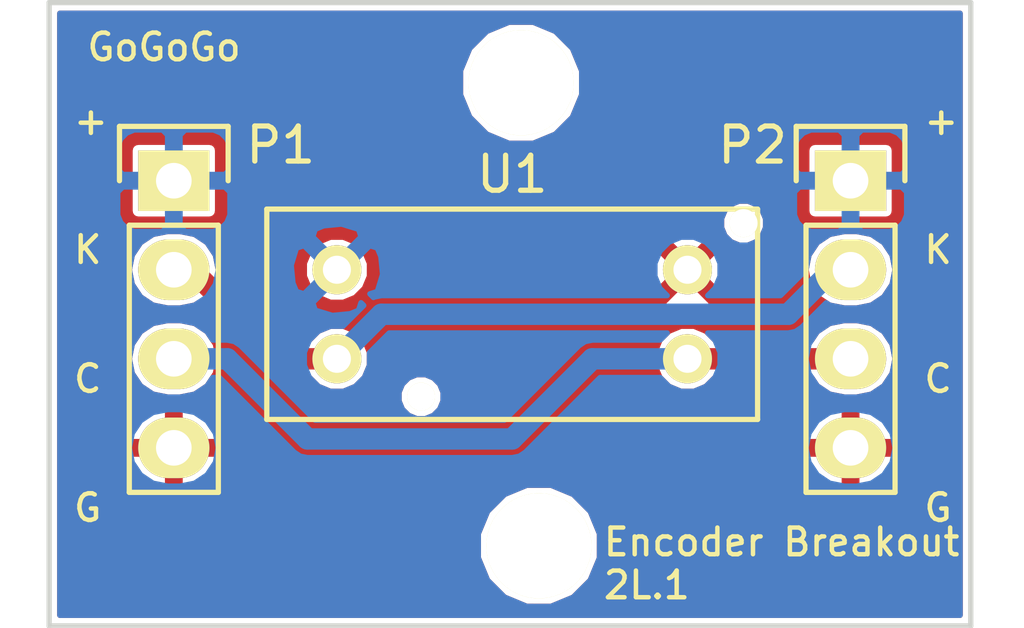
<source format=kicad_pcb>
(kicad_pcb (version 4) (host pcbnew 4.0.1-2.201512121406+6195~38~ubuntu14.04.1-stable)

  (general
    (links 8)
    (no_connects 0)
    (area 120.415267 71.15004 149.840734 97.05116)
    (thickness 1.6)
    (drawings 8)
    (tracks 14)
    (zones 0)
    (modules 5)
    (nets 5)
  )

  (page A4)
  (layers
    (0 F.Cu signal)
    (31 B.Cu signal)
    (32 B.Adhes user)
    (33 F.Adhes user)
    (34 B.Paste user)
    (35 F.Paste user)
    (36 B.SilkS user)
    (37 F.SilkS user)
    (38 B.Mask user)
    (39 F.Mask user)
    (40 Dwgs.User user)
    (41 Cmts.User user)
    (42 Eco1.User user)
    (43 Eco2.User user)
    (44 Edge.Cuts user)
    (45 Margin user)
    (46 B.CrtYd user)
    (47 F.CrtYd user)
    (48 B.Fab user)
    (49 F.Fab user)
  )

  (setup
    (last_trace_width 0.1524)
    (user_trace_width 0.3048)
    (user_trace_width 0.6096)
    (user_trace_width 1.2192)
    (trace_clearance 0.1524)
    (zone_clearance 0.1524)
    (zone_45_only no)
    (trace_min 0.1524)
    (segment_width 0.2)
    (edge_width 0.15)
    (via_size 0.6858)
    (via_drill 0.3302)
    (via_min_size 0.6858)
    (via_min_drill 0.3302)
    (uvia_size 0.3)
    (uvia_drill 0.1)
    (uvias_allowed no)
    (uvia_min_size 0)
    (uvia_min_drill 0)
    (pcb_text_width 0.3)
    (pcb_text_size 1.5 1.5)
    (mod_edge_width 0.15)
    (mod_text_size 0.762 0.762)
    (mod_text_width 0.127)
    (pad_size 2.032 1.7272)
    (pad_drill 1.016)
    (pad_to_mask_clearance 0.2)
    (aux_axis_origin 0 0)
    (visible_elements FFFEFF7F)
    (pcbplotparams
      (layerselection 0x010f0_80000001)
      (usegerberextensions false)
      (excludeedgelayer true)
      (linewidth 0.150000)
      (plotframeref false)
      (viasonmask false)
      (mode 1)
      (useauxorigin false)
      (hpglpennumber 1)
      (hpglpenspeed 20)
      (hpglpendiameter 15)
      (hpglpenoverlay 2)
      (psnegative false)
      (psa4output false)
      (plotreference true)
      (plotvalue false)
      (plotinvisibletext false)
      (padsonsilk false)
      (subtractmaskfromsilk false)
      (outputformat 1)
      (mirror false)
      (drillshape 0)
      (scaleselection 1)
      (outputdirectory breakoutGerbers/))
  )

  (net 0 "")
  (net 1 /Vcc)
  (net 2 /Cathode)
  (net 3 /Collector)
  (net 4 /GND)

  (net_class Default "This is the default net class."
    (clearance 0.1524)
    (trace_width 0.1524)
    (via_dia 0.6858)
    (via_drill 0.3302)
    (uvia_dia 0.3)
    (uvia_drill 0.1)
    (add_net /Cathode)
    (add_net /Collector)
    (add_net /GND)
    (add_net /Vcc)
  )

  (module Gogogo-footprints:MountingHole-3mm locked (layer F.Cu) (tedit 55901274) (tstamp 57167711)
    (at 135.89 90.424)
    (fp_text reference REF** (at -0.00254 5.69976) (layer F.SilkS) hide
      (effects (font (size 1 1) (thickness 0.15)))
    )
    (fp_text value MountingHole-3mm (at -0.00254 -4.98856) (layer F.Fab) hide
      (effects (font (size 1 1) (thickness 0.15)))
    )
    (pad "" np_thru_hole circle (at 0 0) (size 3 3) (drill 3) (layers *.Cu *.Mask F.SilkS))
  )

  (module Pin_Headers:Pin_Header_Straight_1x04 (layer F.Cu) (tedit 5716769F) (tstamp 571675FB)
    (at 125.476 80.01)
    (descr "Through hole pin header")
    (tags "pin header")
    (path /571674B8)
    (fp_text reference P1 (at 3.048 -1.016) (layer F.SilkS)
      (effects (font (size 1 1) (thickness 0.15)))
    )
    (fp_text value CONN_01X04 (at 0 -3.1) (layer F.Fab)
      (effects (font (size 1 1) (thickness 0.15)))
    )
    (fp_line (start -1.75 -1.75) (end -1.75 9.4) (layer F.CrtYd) (width 0.05))
    (fp_line (start 1.75 -1.75) (end 1.75 9.4) (layer F.CrtYd) (width 0.05))
    (fp_line (start -1.75 -1.75) (end 1.75 -1.75) (layer F.CrtYd) (width 0.05))
    (fp_line (start -1.75 9.4) (end 1.75 9.4) (layer F.CrtYd) (width 0.05))
    (fp_line (start -1.27 1.27) (end -1.27 8.89) (layer F.SilkS) (width 0.15))
    (fp_line (start 1.27 1.27) (end 1.27 8.89) (layer F.SilkS) (width 0.15))
    (fp_line (start 1.55 -1.55) (end 1.55 0) (layer F.SilkS) (width 0.15))
    (fp_line (start -1.27 8.89) (end 1.27 8.89) (layer F.SilkS) (width 0.15))
    (fp_line (start 1.27 1.27) (end -1.27 1.27) (layer F.SilkS) (width 0.15))
    (fp_line (start -1.55 0) (end -1.55 -1.55) (layer F.SilkS) (width 0.15))
    (fp_line (start -1.55 -1.55) (end 1.55 -1.55) (layer F.SilkS) (width 0.15))
    (pad 1 thru_hole rect (at 0 0) (size 2.032 1.7272) (drill 1.016) (layers *.Cu *.Mask F.SilkS)
      (net 1 /Vcc))
    (pad 2 thru_hole oval (at 0 2.54) (size 2.032 1.7272) (drill 1.016) (layers *.Cu *.Mask F.SilkS)
      (net 2 /Cathode))
    (pad 3 thru_hole oval (at 0 5.08) (size 2.032 1.7272) (drill 1.016) (layers *.Cu *.Mask F.SilkS)
      (net 3 /Collector))
    (pad 4 thru_hole oval (at 0 7.62) (size 2.032 1.7272) (drill 1.016) (layers *.Cu *.Mask F.SilkS)
      (net 4 /GND))
    (model Pin_Headers.3dshapes/Pin_Header_Straight_1x04.wrl
      (at (xyz 0 -0.15 0))
      (scale (xyz 1 1 1))
      (rotate (xyz 0 0 90))
    )
  )

  (module Pin_Headers:Pin_Header_Straight_1x04 (layer F.Cu) (tedit 571676A3) (tstamp 57167603)
    (at 144.78 80.01)
    (descr "Through hole pin header")
    (tags "pin header")
    (path /57167519)
    (fp_text reference P2 (at -2.794 -1.016) (layer F.SilkS)
      (effects (font (size 1 1) (thickness 0.15)))
    )
    (fp_text value CONN_01X04 (at 0 -3.1) (layer F.Fab)
      (effects (font (size 1 1) (thickness 0.15)))
    )
    (fp_line (start -1.75 -1.75) (end -1.75 9.4) (layer F.CrtYd) (width 0.05))
    (fp_line (start 1.75 -1.75) (end 1.75 9.4) (layer F.CrtYd) (width 0.05))
    (fp_line (start -1.75 -1.75) (end 1.75 -1.75) (layer F.CrtYd) (width 0.05))
    (fp_line (start -1.75 9.4) (end 1.75 9.4) (layer F.CrtYd) (width 0.05))
    (fp_line (start -1.27 1.27) (end -1.27 8.89) (layer F.SilkS) (width 0.15))
    (fp_line (start 1.27 1.27) (end 1.27 8.89) (layer F.SilkS) (width 0.15))
    (fp_line (start 1.55 -1.55) (end 1.55 0) (layer F.SilkS) (width 0.15))
    (fp_line (start -1.27 8.89) (end 1.27 8.89) (layer F.SilkS) (width 0.15))
    (fp_line (start 1.27 1.27) (end -1.27 1.27) (layer F.SilkS) (width 0.15))
    (fp_line (start -1.55 0) (end -1.55 -1.55) (layer F.SilkS) (width 0.15))
    (fp_line (start -1.55 -1.55) (end 1.55 -1.55) (layer F.SilkS) (width 0.15))
    (pad 1 thru_hole rect (at 0 0) (size 2.032 1.7272) (drill 1.016) (layers *.Cu *.Mask F.SilkS)
      (net 1 /Vcc))
    (pad 2 thru_hole oval (at 0 2.54) (size 2.032 1.7272) (drill 1.016) (layers *.Cu *.Mask F.SilkS)
      (net 2 /Cathode))
    (pad 3 thru_hole oval (at 0 5.08) (size 2.032 1.7272) (drill 1.016) (layers *.Cu *.Mask F.SilkS)
      (net 3 /Collector))
    (pad 4 thru_hole oval (at 0 7.62) (size 2.032 1.7272) (drill 1.016) (layers *.Cu *.Mask F.SilkS)
      (net 4 /GND))
    (model Pin_Headers.3dshapes/Pin_Header_Straight_1x04.wrl
      (at (xyz 0 -0.15 0))
      (scale (xyz 1 1 1))
      (rotate (xyz 0 0 90))
    )
  )

  (module Gogogo-footprints:RPI-579N1 (layer F.Cu) (tedit 55900242) (tstamp 5716760D)
    (at 135.128 83.82 180)
    (path /57167422)
    (fp_text reference U1 (at -0.00254 3.99288 180) (layer F.SilkS)
      (effects (font (size 1 1) (thickness 0.15)))
    )
    (fp_text value RPI-579N1 (at -0.07874 -3.8862 180) (layer F.Fab)
      (effects (font (size 1 1) (thickness 0.15)))
    )
    (fp_line (start -7 -3) (end 7 -3) (layer F.SilkS) (width 0.15))
    (fp_line (start 7 -3) (end 7 3) (layer F.SilkS) (width 0.15))
    (fp_line (start 7 3) (end -7 3) (layer F.SilkS) (width 0.15))
    (fp_line (start -7 3) (end -7 -3) (layer F.SilkS) (width 0.15))
    (pad "" np_thru_hole circle (at -6.6 2.6 180) (size 0.8 0.8) (drill 0.8) (layers *.Cu *.Mask F.SilkS))
    (pad "" np_thru_hole circle (at 2.6 -2.35 180) (size 0.8 0.8) (drill 0.8) (layers *.Cu *.Mask F.SilkS))
    (pad 3 thru_hole circle (at -5 -1.27 180) (size 1.4 1.4) (drill 0.8) (layers *.Cu *.Mask F.SilkS)
      (net 3 /Collector))
    (pad 4 thru_hole circle (at -5 1.27 180) (size 1.4 1.4) (drill 0.8) (layers *.Cu *.Mask F.SilkS)
      (net 4 /GND))
    (pad 2 thru_hole circle (at 5 -1.27 180) (size 1.4 1.4) (drill 0.8) (layers *.Cu *.Mask F.SilkS)
      (net 2 /Cathode))
    (pad 1 thru_hole circle (at 5 1.27 180) (size 1.4 1.4) (drill 0.8) (layers *.Cu *.Mask F.SilkS)
      (net 1 /Vcc))
  )

  (module Gogogo-footprints:MountingHole-3mm (layer F.Cu) (tedit 55901274) (tstamp 571676EC)
    (at 135.382 77.216)
    (fp_text reference REF** (at -0.00254 5.69976) (layer F.SilkS) hide
      (effects (font (size 1 1) (thickness 0.15)))
    )
    (fp_text value MountingHole-3mm (at -0.00254 -4.98856) (layer F.Fab) hide
      (effects (font (size 1 1) (thickness 0.15)))
    )
    (pad "" np_thru_hole circle (at 0 0) (size 3 3) (drill 3) (layers *.Cu *.Mask F.SilkS))
  )

  (gr_text GoGoGo (at 122.936 76.2) (layer F.SilkS) (tstamp 57167241)
    (effects (font (size 0.762 0.762) (thickness 0.127)) (justify left))
  )
  (gr_text "Encoder Breakout\n2L.1" (at 137.668 90.932) (layer F.SilkS)
    (effects (font (size 0.762 0.762) (thickness 0.127)) (justify left))
  )
  (gr_line (start 121.92 92.71) (end 121.92 74.93) (angle 90) (layer Edge.Cuts) (width 0.15))
  (gr_line (start 148.209 92.71) (end 121.92 92.71) (angle 90) (layer Edge.Cuts) (width 0.15))
  (gr_line (start 148.209 74.93) (end 148.209 92.71) (angle 90) (layer Edge.Cuts) (width 0.15))
  (gr_line (start 121.92 74.93) (end 148.209 74.93) (angle 90) (layer Edge.Cuts) (width 0.15))
  (gr_text "+\n\n\nK\n\n\nC\n\n\nG" (at 146.812 83.82) (layer F.SilkS) (tstamp 5716718D)
    (effects (font (size 0.762 0.762) (thickness 0.127)) (justify left))
  )
  (gr_text "+\n\n\nK\n\n\nC\n\n\nG" (at 122.555 83.82) (layer F.SilkS)
    (effects (font (size 0.762 0.762) (thickness 0.127)) (justify left))
  )

  (segment (start 144.78 82.55) (end 144.272 82.55) (width 0.6096) (layer B.Cu) (net 2))
  (segment (start 144.272 82.55) (end 143.002 83.82) (width 0.6096) (layer B.Cu) (net 2) (tstamp 571678B9))
  (segment (start 143.002 83.82) (end 131.398 83.82) (width 0.6096) (layer B.Cu) (net 2) (tstamp 571678BD))
  (segment (start 131.398 83.82) (end 130.128 85.09) (width 0.6096) (layer B.Cu) (net 2) (tstamp 571678C1))
  (segment (start 130.128 85.09) (end 130.302 85.09) (width 0.6096) (layer F.Cu) (net 2))
  (segment (start 125.476 82.55) (end 125.984 82.55) (width 0.6096) (layer F.Cu) (net 2))
  (segment (start 125.984 82.55) (end 128.524 85.09) (width 0.6096) (layer F.Cu) (net 2) (tstamp 5716782A))
  (segment (start 128.524 85.09) (end 130.128 85.09) (width 0.6096) (layer F.Cu) (net 2) (tstamp 5716782F))
  (segment (start 140.128 85.09) (end 137.414 85.09) (width 0.6096) (layer B.Cu) (net 3))
  (segment (start 127 85.09) (end 125.476 85.09) (width 0.6096) (layer B.Cu) (net 3) (tstamp 571678D8))
  (segment (start 129.286 87.376) (end 127 85.09) (width 0.6096) (layer B.Cu) (net 3) (tstamp 571678D4))
  (segment (start 135.128 87.376) (end 129.286 87.376) (width 0.6096) (layer B.Cu) (net 3) (tstamp 571678D0))
  (segment (start 137.414 85.09) (end 135.128 87.376) (width 0.6096) (layer B.Cu) (net 3) (tstamp 571678CE))
  (segment (start 144.78 85.09) (end 140.128 85.09) (width 0.6096) (layer F.Cu) (net 3))

  (zone (net 4) (net_name /GND) (layer F.Cu) (tstamp 57167799) (hatch edge 0.508)
    (connect_pads (clearance 0.1524))
    (min_thickness 0.1524)
    (fill yes (arc_segments 16) (thermal_gap 0.508) (thermal_bridge_width 0.508))
    (polygon
      (pts
        (xy 148.082 92.71) (xy 121.92 92.71) (xy 121.92 74.93) (xy 148.082 74.93) (xy 148.082 92.71)
      )
    )
    (filled_polygon
      (pts
        (xy 147.9054 92.4064) (xy 122.2236 92.4064) (xy 122.2236 90.766331) (xy 134.161101 90.766331) (xy 134.42371 91.401894)
        (xy 134.909548 91.888581) (xy 135.544652 92.152299) (xy 136.232331 92.152899) (xy 136.867894 91.89029) (xy 137.354581 91.404452)
        (xy 137.618299 90.769348) (xy 137.618899 90.081669) (xy 137.35629 89.446106) (xy 136.870452 88.959419) (xy 136.235348 88.695701)
        (xy 135.547669 88.695101) (xy 134.912106 88.95771) (xy 134.425419 89.443548) (xy 134.161701 90.078652) (xy 134.161101 90.766331)
        (xy 122.2236 90.766331) (xy 122.2236 88.030382) (xy 123.932263 88.030382) (xy 124.138637 88.45953) (xy 124.546284 88.849852)
        (xy 125.072271 89.054462) (xy 125.2982 88.930191) (xy 125.2982 87.8078) (xy 125.6538 87.8078) (xy 125.6538 88.930191)
        (xy 125.879729 89.054462) (xy 126.405716 88.849852) (xy 126.813363 88.45953) (xy 127.019737 88.030382) (xy 143.236263 88.030382)
        (xy 143.442637 88.45953) (xy 143.850284 88.849852) (xy 144.376271 89.054462) (xy 144.6022 88.930191) (xy 144.6022 87.8078)
        (xy 144.9578 87.8078) (xy 144.9578 88.930191) (xy 145.183729 89.054462) (xy 145.709716 88.849852) (xy 146.117363 88.45953)
        (xy 146.323737 88.030382) (xy 146.22195 87.8078) (xy 144.9578 87.8078) (xy 144.6022 87.8078) (xy 143.33805 87.8078)
        (xy 143.236263 88.030382) (xy 127.019737 88.030382) (xy 126.91795 87.8078) (xy 125.6538 87.8078) (xy 125.2982 87.8078)
        (xy 124.03405 87.8078) (xy 123.932263 88.030382) (xy 122.2236 88.030382) (xy 122.2236 87.229618) (xy 123.932263 87.229618)
        (xy 124.03405 87.4522) (xy 125.2982 87.4522) (xy 125.2982 86.329809) (xy 125.6538 86.329809) (xy 125.6538 87.4522)
        (xy 126.91795 87.4522) (xy 127.019737 87.229618) (xy 143.236263 87.229618) (xy 143.33805 87.4522) (xy 144.6022 87.4522)
        (xy 144.6022 86.329809) (xy 144.9578 86.329809) (xy 144.9578 87.4522) (xy 146.22195 87.4522) (xy 146.323737 87.229618)
        (xy 146.117363 86.80047) (xy 145.709716 86.410148) (xy 145.183729 86.205538) (xy 144.9578 86.329809) (xy 144.6022 86.329809)
        (xy 144.376271 86.205538) (xy 143.850284 86.410148) (xy 143.442637 86.80047) (xy 143.236263 87.229618) (xy 127.019737 87.229618)
        (xy 126.813363 86.80047) (xy 126.405716 86.410148) (xy 126.108392 86.294488) (xy 131.899291 86.294488) (xy 131.994788 86.525608)
        (xy 132.171462 86.70259) (xy 132.402415 86.798491) (xy 132.652488 86.798709) (xy 132.883608 86.703212) (xy 133.06059 86.526538)
        (xy 133.156491 86.295585) (xy 133.156709 86.045512) (xy 133.061212 85.814392) (xy 132.884538 85.63741) (xy 132.653585 85.541509)
        (xy 132.403512 85.541291) (xy 132.172392 85.636788) (xy 131.99541 85.813462) (xy 131.899509 86.044415) (xy 131.899291 86.294488)
        (xy 126.108392 86.294488) (xy 125.879729 86.205538) (xy 125.6538 86.329809) (xy 125.2982 86.329809) (xy 125.072271 86.205538)
        (xy 124.546284 86.410148) (xy 124.138637 86.80047) (xy 123.932263 87.229618) (xy 122.2236 87.229618) (xy 122.2236 85.09)
        (xy 124.207017 85.09) (xy 124.290156 85.507967) (xy 124.526915 85.862302) (xy 124.88125 86.099061) (xy 125.299217 86.1822)
        (xy 125.652783 86.1822) (xy 126.07075 86.099061) (xy 126.425085 85.862302) (xy 126.661844 85.507967) (xy 126.744983 85.09)
        (xy 126.661844 84.672033) (xy 126.425085 84.317698) (xy 126.07075 84.080939) (xy 125.652783 83.9978) (xy 125.299217 83.9978)
        (xy 124.88125 84.080939) (xy 124.526915 84.317698) (xy 124.290156 84.672033) (xy 124.207017 85.09) (xy 122.2236 85.09)
        (xy 122.2236 82.55) (xy 124.207017 82.55) (xy 124.290156 82.967967) (xy 124.526915 83.322302) (xy 124.88125 83.559061)
        (xy 125.299217 83.6422) (xy 125.652783 83.6422) (xy 126.07075 83.559061) (xy 126.17144 83.491782) (xy 128.146827 85.467168)
        (xy 128.146829 85.467171) (xy 128.250563 85.536484) (xy 128.319876 85.582797) (xy 128.524 85.6234) (xy 129.348376 85.6234)
        (xy 129.601304 85.876769) (xy 129.94248 86.018438) (xy 130.3119 86.01876) (xy 130.653322 85.877688) (xy 130.914769 85.616696)
        (xy 131.056438 85.27552) (xy 131.056439 85.2739) (xy 139.19924 85.2739) (xy 139.340312 85.615322) (xy 139.601304 85.876769)
        (xy 139.94248 86.018438) (xy 140.3119 86.01876) (xy 140.653322 85.877688) (xy 140.908053 85.6234) (xy 143.671286 85.6234)
        (xy 143.830915 85.862302) (xy 144.18525 86.099061) (xy 144.603217 86.1822) (xy 144.956783 86.1822) (xy 145.37475 86.099061)
        (xy 145.729085 85.862302) (xy 145.965844 85.507967) (xy 146.048983 85.09) (xy 145.965844 84.672033) (xy 145.729085 84.317698)
        (xy 145.37475 84.080939) (xy 144.956783 83.9978) (xy 144.603217 83.9978) (xy 144.18525 84.080939) (xy 143.830915 84.317698)
        (xy 143.671286 84.5566) (xy 140.907624 84.5566) (xy 140.654696 84.303231) (xy 140.31352 84.161562) (xy 139.9441 84.16124)
        (xy 139.602678 84.302312) (xy 139.341231 84.563304) (xy 139.199562 84.90448) (xy 139.19924 85.2739) (xy 131.056439 85.2739)
        (xy 131.05676 84.9061) (xy 130.915688 84.564678) (xy 130.654696 84.303231) (xy 130.31352 84.161562) (xy 129.9441 84.16124)
        (xy 129.602678 84.302312) (xy 129.347947 84.5566) (xy 128.744941 84.5566) (xy 127.676985 83.488643) (xy 139.440805 83.488643)
        (xy 139.50935 83.70399) (xy 139.998055 83.852895) (xy 140.506543 83.803446) (xy 140.74665 83.70399) (xy 140.815195 83.488643)
        (xy 140.128 82.801447) (xy 139.440805 83.488643) (xy 127.676985 83.488643) (xy 126.922242 82.7339) (xy 129.19924 82.7339)
        (xy 129.340312 83.075322) (xy 129.601304 83.336769) (xy 129.94248 83.478438) (xy 130.3119 83.47876) (xy 130.653322 83.337688)
        (xy 130.914769 83.076696) (xy 131.056438 82.73552) (xy 131.056712 82.420055) (xy 138.825105 82.420055) (xy 138.874554 82.928543)
        (xy 138.97401 83.16865) (xy 139.189357 83.237195) (xy 139.876553 82.55) (xy 140.379447 82.55) (xy 141.066643 83.237195)
        (xy 141.28199 83.16865) (xy 141.430895 82.679945) (xy 141.418259 82.55) (xy 143.511017 82.55) (xy 143.594156 82.967967)
        (xy 143.830915 83.322302) (xy 144.18525 83.559061) (xy 144.603217 83.6422) (xy 144.956783 83.6422) (xy 145.37475 83.559061)
        (xy 145.729085 83.322302) (xy 145.965844 82.967967) (xy 146.048983 82.55) (xy 145.965844 82.132033) (xy 145.729085 81.777698)
        (xy 145.37475 81.540939) (xy 144.956783 81.4578) (xy 144.603217 81.4578) (xy 144.18525 81.540939) (xy 143.830915 81.777698)
        (xy 143.594156 82.132033) (xy 143.511017 82.55) (xy 141.418259 82.55) (xy 141.381446 82.171457) (xy 141.28199 81.93135)
        (xy 141.066643 81.862805) (xy 140.379447 82.55) (xy 139.876553 82.55) (xy 139.189357 81.862805) (xy 138.97401 81.93135)
        (xy 138.825105 82.420055) (xy 131.056712 82.420055) (xy 131.05676 82.3661) (xy 130.915688 82.024678) (xy 130.654696 81.763231)
        (xy 130.31352 81.621562) (xy 129.9441 81.62124) (xy 129.602678 81.762312) (xy 129.341231 82.023304) (xy 129.199562 82.36448)
        (xy 129.19924 82.7339) (xy 126.922242 82.7339) (xy 126.743881 82.555539) (xy 126.744983 82.55) (xy 126.661844 82.132033)
        (xy 126.425085 81.777698) (xy 126.176139 81.611357) (xy 139.440805 81.611357) (xy 140.128 82.298553) (xy 140.815195 81.611357)
        (xy 140.74665 81.39601) (xy 140.577556 81.344488) (xy 141.099291 81.344488) (xy 141.194788 81.575608) (xy 141.371462 81.75259)
        (xy 141.602415 81.848491) (xy 141.852488 81.848709) (xy 142.083608 81.753212) (xy 142.26059 81.576538) (xy 142.356491 81.345585)
        (xy 142.356709 81.095512) (xy 142.261212 80.864392) (xy 142.084538 80.68741) (xy 141.853585 80.591509) (xy 141.603512 80.591291)
        (xy 141.372392 80.686788) (xy 141.19541 80.863462) (xy 141.099509 81.094415) (xy 141.099291 81.344488) (xy 140.577556 81.344488)
        (xy 140.257945 81.247105) (xy 139.749457 81.296554) (xy 139.50935 81.39601) (xy 139.440805 81.611357) (xy 126.176139 81.611357)
        (xy 126.07075 81.540939) (xy 125.652783 81.4578) (xy 125.299217 81.4578) (xy 124.88125 81.540939) (xy 124.526915 81.777698)
        (xy 124.290156 82.132033) (xy 124.207017 82.55) (xy 122.2236 82.55) (xy 122.2236 79.1464) (xy 124.226922 79.1464)
        (xy 124.226922 80.8736) (xy 124.242862 80.958314) (xy 124.292928 81.036118) (xy 124.36932 81.088315) (xy 124.46 81.106678)
        (xy 126.492 81.106678) (xy 126.576714 81.090738) (xy 126.654518 81.040672) (xy 126.706715 80.96428) (xy 126.725078 80.8736)
        (xy 126.725078 79.1464) (xy 143.530922 79.1464) (xy 143.530922 80.8736) (xy 143.546862 80.958314) (xy 143.596928 81.036118)
        (xy 143.67332 81.088315) (xy 143.764 81.106678) (xy 145.796 81.106678) (xy 145.880714 81.090738) (xy 145.958518 81.040672)
        (xy 146.010715 80.96428) (xy 146.029078 80.8736) (xy 146.029078 79.1464) (xy 146.013138 79.061686) (xy 145.963072 78.983882)
        (xy 145.88668 78.931685) (xy 145.796 78.913322) (xy 143.764 78.913322) (xy 143.679286 78.929262) (xy 143.601482 78.979328)
        (xy 143.549285 79.05572) (xy 143.530922 79.1464) (xy 126.725078 79.1464) (xy 126.709138 79.061686) (xy 126.659072 78.983882)
        (xy 126.58268 78.931685) (xy 126.492 78.913322) (xy 124.46 78.913322) (xy 124.375286 78.929262) (xy 124.297482 78.979328)
        (xy 124.245285 79.05572) (xy 124.226922 79.1464) (xy 122.2236 79.1464) (xy 122.2236 77.558331) (xy 133.653101 77.558331)
        (xy 133.91571 78.193894) (xy 134.401548 78.680581) (xy 135.036652 78.944299) (xy 135.724331 78.944899) (xy 136.359894 78.68229)
        (xy 136.846581 78.196452) (xy 137.110299 77.561348) (xy 137.110899 76.873669) (xy 136.84829 76.238106) (xy 136.362452 75.751419)
        (xy 135.727348 75.487701) (xy 135.039669 75.487101) (xy 134.404106 75.74971) (xy 133.917419 76.235548) (xy 133.653701 76.870652)
        (xy 133.653101 77.558331) (xy 122.2236 77.558331) (xy 122.2236 75.2336) (xy 147.9054 75.2336)
      )
    )
  )
  (zone (net 1) (net_name /Vcc) (layer B.Cu) (tstamp 571677DA) (hatch edge 0.508)
    (connect_pads (clearance 0.1524))
    (min_thickness 0.1524)
    (fill yes (arc_segments 16) (thermal_gap 0.508) (thermal_bridge_width 0.508))
    (polygon
      (pts
        (xy 148.082 92.71) (xy 121.92 92.71) (xy 121.92 74.93) (xy 148.082 74.93) (xy 148.082 92.71)
      )
    )
    (filled_polygon
      (pts
        (xy 147.9054 92.4064) (xy 122.2236 92.4064) (xy 122.2236 90.766331) (xy 134.161101 90.766331) (xy 134.42371 91.401894)
        (xy 134.909548 91.888581) (xy 135.544652 92.152299) (xy 136.232331 92.152899) (xy 136.867894 91.89029) (xy 137.354581 91.404452)
        (xy 137.618299 90.769348) (xy 137.618899 90.081669) (xy 137.35629 89.446106) (xy 136.870452 88.959419) (xy 136.235348 88.695701)
        (xy 135.547669 88.695101) (xy 134.912106 88.95771) (xy 134.425419 89.443548) (xy 134.161701 90.078652) (xy 134.161101 90.766331)
        (xy 122.2236 90.766331) (xy 122.2236 87.63) (xy 124.207017 87.63) (xy 124.290156 88.047967) (xy 124.526915 88.402302)
        (xy 124.88125 88.639061) (xy 125.299217 88.7222) (xy 125.652783 88.7222) (xy 126.07075 88.639061) (xy 126.425085 88.402302)
        (xy 126.661844 88.047967) (xy 126.744983 87.63) (xy 126.661844 87.212033) (xy 126.425085 86.857698) (xy 126.07075 86.620939)
        (xy 125.652783 86.5378) (xy 125.299217 86.5378) (xy 124.88125 86.620939) (xy 124.526915 86.857698) (xy 124.290156 87.212033)
        (xy 124.207017 87.63) (xy 122.2236 87.63) (xy 122.2236 85.09) (xy 124.207017 85.09) (xy 124.290156 85.507967)
        (xy 124.526915 85.862302) (xy 124.88125 86.099061) (xy 125.299217 86.1822) (xy 125.652783 86.1822) (xy 126.07075 86.099061)
        (xy 126.425085 85.862302) (xy 126.584714 85.6234) (xy 126.779058 85.6234) (xy 128.908829 87.753171) (xy 129.081877 87.868797)
        (xy 129.286 87.9094) (xy 135.128 87.9094) (xy 135.332123 87.868797) (xy 135.505171 87.753171) (xy 135.628342 87.63)
        (xy 143.511017 87.63) (xy 143.594156 88.047967) (xy 143.830915 88.402302) (xy 144.18525 88.639061) (xy 144.603217 88.7222)
        (xy 144.956783 88.7222) (xy 145.37475 88.639061) (xy 145.729085 88.402302) (xy 145.965844 88.047967) (xy 146.048983 87.63)
        (xy 145.965844 87.212033) (xy 145.729085 86.857698) (xy 145.37475 86.620939) (xy 144.956783 86.5378) (xy 144.603217 86.5378)
        (xy 144.18525 86.620939) (xy 143.830915 86.857698) (xy 143.594156 87.212033) (xy 143.511017 87.63) (xy 135.628342 87.63)
        (xy 137.634942 85.6234) (xy 139.348376 85.6234) (xy 139.601304 85.876769) (xy 139.94248 86.018438) (xy 140.3119 86.01876)
        (xy 140.653322 85.877688) (xy 140.914769 85.616696) (xy 141.056438 85.27552) (xy 141.056599 85.09) (xy 143.511017 85.09)
        (xy 143.594156 85.507967) (xy 143.830915 85.862302) (xy 144.18525 86.099061) (xy 144.603217 86.1822) (xy 144.956783 86.1822)
        (xy 145.37475 86.099061) (xy 145.729085 85.862302) (xy 145.965844 85.507967) (xy 146.048983 85.09) (xy 145.965844 84.672033)
        (xy 145.729085 84.317698) (xy 145.37475 84.080939) (xy 144.956783 83.9978) (xy 144.603217 83.9978) (xy 144.18525 84.080939)
        (xy 143.830915 84.317698) (xy 143.594156 84.672033) (xy 143.511017 85.09) (xy 141.056599 85.09) (xy 141.05676 84.9061)
        (xy 140.915688 84.564678) (xy 140.704778 84.3534) (xy 143.002 84.3534) (xy 143.206123 84.312797) (xy 143.379171 84.197171)
        (xy 144.08456 83.491782) (xy 144.18525 83.559061) (xy 144.603217 83.6422) (xy 144.956783 83.6422) (xy 145.37475 83.559061)
        (xy 145.729085 83.322302) (xy 145.965844 82.967967) (xy 146.048983 82.55) (xy 145.965844 82.132033) (xy 145.729085 81.777698)
        (xy 145.37475 81.540939) (xy 144.956783 81.4578) (xy 144.603217 81.4578) (xy 144.18525 81.540939) (xy 143.830915 81.777698)
        (xy 143.594156 82.132033) (xy 143.511017 82.55) (xy 143.512119 82.555539) (xy 142.781058 83.2866) (xy 140.704499 83.2866)
        (xy 140.914769 83.076696) (xy 141.056438 82.73552) (xy 141.05676 82.3661) (xy 140.915688 82.024678) (xy 140.654696 81.763231)
        (xy 140.31352 81.621562) (xy 139.9441 81.62124) (xy 139.602678 81.762312) (xy 139.341231 82.023304) (xy 139.199562 82.36448)
        (xy 139.19924 82.7339) (xy 139.340312 83.075322) (xy 139.551222 83.2866) (xy 131.398 83.2866) (xy 131.193876 83.327203)
        (xy 131.171562 83.342112) (xy 131.066645 83.237195) (xy 131.28199 83.16865) (xy 131.430895 82.679945) (xy 131.381446 82.171457)
        (xy 131.28199 81.93135) (xy 131.066643 81.862805) (xy 130.379447 82.55) (xy 130.39359 82.564142) (xy 130.142142 82.81559)
        (xy 130.128 82.801447) (xy 129.440805 83.488643) (xy 129.50935 83.70399) (xy 129.998055 83.852895) (xy 130.506543 83.803446)
        (xy 130.74665 83.70399) (xy 130.815195 83.488645) (xy 130.895104 83.568554) (xy 130.302106 84.161552) (xy 129.9441 84.16124)
        (xy 129.602678 84.302312) (xy 129.341231 84.563304) (xy 129.199562 84.90448) (xy 129.19924 85.2739) (xy 129.340312 85.615322)
        (xy 129.601304 85.876769) (xy 129.94248 86.018438) (xy 130.3119 86.01876) (xy 130.653322 85.877688) (xy 130.914769 85.616696)
        (xy 131.056438 85.27552) (xy 131.056752 84.91559) (xy 131.618942 84.3534) (xy 139.551501 84.3534) (xy 139.347947 84.5566)
        (xy 137.414 84.5566) (xy 137.209877 84.597203) (xy 137.036829 84.712829) (xy 134.907058 86.8426) (xy 129.506942 86.8426)
        (xy 128.95883 86.294488) (xy 131.899291 86.294488) (xy 131.994788 86.525608) (xy 132.171462 86.70259) (xy 132.402415 86.798491)
        (xy 132.652488 86.798709) (xy 132.883608 86.703212) (xy 133.06059 86.526538) (xy 133.156491 86.295585) (xy 133.156709 86.045512)
        (xy 133.061212 85.814392) (xy 132.884538 85.63741) (xy 132.653585 85.541509) (xy 132.403512 85.541291) (xy 132.172392 85.636788)
        (xy 131.99541 85.813462) (xy 131.899509 86.044415) (xy 131.899291 86.294488) (xy 128.95883 86.294488) (xy 127.377171 84.712829)
        (xy 127.204123 84.597203) (xy 127 84.5566) (xy 126.584714 84.5566) (xy 126.425085 84.317698) (xy 126.07075 84.080939)
        (xy 125.652783 83.9978) (xy 125.299217 83.9978) (xy 124.88125 84.080939) (xy 124.526915 84.317698) (xy 124.290156 84.672033)
        (xy 124.207017 85.09) (xy 122.2236 85.09) (xy 122.2236 82.55) (xy 124.207017 82.55) (xy 124.290156 82.967967)
        (xy 124.526915 83.322302) (xy 124.88125 83.559061) (xy 125.299217 83.6422) (xy 125.652783 83.6422) (xy 126.07075 83.559061)
        (xy 126.425085 83.322302) (xy 126.661844 82.967967) (xy 126.744983 82.55) (xy 126.719136 82.420055) (xy 128.825105 82.420055)
        (xy 128.874554 82.928543) (xy 128.97401 83.16865) (xy 129.189357 83.237195) (xy 129.876553 82.55) (xy 129.189357 81.862805)
        (xy 128.97401 81.93135) (xy 128.825105 82.420055) (xy 126.719136 82.420055) (xy 126.661844 82.132033) (xy 126.425085 81.777698)
        (xy 126.176139 81.611357) (xy 129.440805 81.611357) (xy 130.128 82.298553) (xy 130.815195 81.611357) (xy 130.74665 81.39601)
        (xy 130.577556 81.344488) (xy 141.099291 81.344488) (xy 141.194788 81.575608) (xy 141.371462 81.75259) (xy 141.602415 81.848491)
        (xy 141.852488 81.848709) (xy 142.083608 81.753212) (xy 142.26059 81.576538) (xy 142.356491 81.345585) (xy 142.356709 81.095512)
        (xy 142.261212 80.864392) (xy 142.084538 80.68741) (xy 141.853585 80.591509) (xy 141.603512 80.591291) (xy 141.372392 80.686788)
        (xy 141.19541 80.863462) (xy 141.099509 81.094415) (xy 141.099291 81.344488) (xy 130.577556 81.344488) (xy 130.257945 81.247105)
        (xy 129.749457 81.296554) (xy 129.50935 81.39601) (xy 129.440805 81.611357) (xy 126.176139 81.611357) (xy 126.07075 81.540939)
        (xy 125.652783 81.4578) (xy 125.299217 81.4578) (xy 124.88125 81.540939) (xy 124.526915 81.777698) (xy 124.290156 82.132033)
        (xy 124.207017 82.55) (xy 122.2236 82.55) (xy 122.2236 80.33385) (xy 123.8758 80.33385) (xy 123.8758 80.989804)
        (xy 123.964739 81.204522) (xy 124.129077 81.368861) (xy 124.343795 81.4578) (xy 125.15215 81.4578) (xy 125.2982 81.31175)
        (xy 125.2982 80.1878) (xy 125.6538 80.1878) (xy 125.6538 81.31175) (xy 125.79985 81.4578) (xy 126.608205 81.4578)
        (xy 126.822923 81.368861) (xy 126.987261 81.204522) (xy 127.0762 80.989804) (xy 127.0762 80.33385) (xy 143.1798 80.33385)
        (xy 143.1798 80.989804) (xy 143.268739 81.204522) (xy 143.433077 81.368861) (xy 143.647795 81.4578) (xy 144.45615 81.4578)
        (xy 144.6022 81.31175) (xy 144.6022 80.1878) (xy 144.9578 80.1878) (xy 144.9578 81.31175) (xy 145.10385 81.4578)
        (xy 145.912205 81.4578) (xy 146.126923 81.368861) (xy 146.291261 81.204522) (xy 146.3802 80.989804) (xy 146.3802 80.33385)
        (xy 146.23415 80.1878) (xy 144.9578 80.1878) (xy 144.6022 80.1878) (xy 143.32585 80.1878) (xy 143.1798 80.33385)
        (xy 127.0762 80.33385) (xy 126.93015 80.1878) (xy 125.6538 80.1878) (xy 125.2982 80.1878) (xy 124.02185 80.1878)
        (xy 123.8758 80.33385) (xy 122.2236 80.33385) (xy 122.2236 79.030196) (xy 123.8758 79.030196) (xy 123.8758 79.68615)
        (xy 124.02185 79.8322) (xy 125.2982 79.8322) (xy 125.2982 78.70825) (xy 125.6538 78.70825) (xy 125.6538 79.8322)
        (xy 126.93015 79.8322) (xy 127.0762 79.68615) (xy 127.0762 79.030196) (xy 143.1798 79.030196) (xy 143.1798 79.68615)
        (xy 143.32585 79.8322) (xy 144.6022 79.8322) (xy 144.6022 78.70825) (xy 144.9578 78.70825) (xy 144.9578 79.8322)
        (xy 146.23415 79.8322) (xy 146.3802 79.68615) (xy 146.3802 79.030196) (xy 146.291261 78.815478) (xy 146.126923 78.651139)
        (xy 145.912205 78.5622) (xy 145.10385 78.5622) (xy 144.9578 78.70825) (xy 144.6022 78.70825) (xy 144.45615 78.5622)
        (xy 143.647795 78.5622) (xy 143.433077 78.651139) (xy 143.268739 78.815478) (xy 143.1798 79.030196) (xy 127.0762 79.030196)
        (xy 126.987261 78.815478) (xy 126.822923 78.651139) (xy 126.608205 78.5622) (xy 125.79985 78.5622) (xy 125.6538 78.70825)
        (xy 125.2982 78.70825) (xy 125.15215 78.5622) (xy 124.343795 78.5622) (xy 124.129077 78.651139) (xy 123.964739 78.815478)
        (xy 123.8758 79.030196) (xy 122.2236 79.030196) (xy 122.2236 77.558331) (xy 133.653101 77.558331) (xy 133.91571 78.193894)
        (xy 134.401548 78.680581) (xy 135.036652 78.944299) (xy 135.724331 78.944899) (xy 136.359894 78.68229) (xy 136.846581 78.196452)
        (xy 137.110299 77.561348) (xy 137.110899 76.873669) (xy 136.84829 76.238106) (xy 136.362452 75.751419) (xy 135.727348 75.487701)
        (xy 135.039669 75.487101) (xy 134.404106 75.74971) (xy 133.917419 76.235548) (xy 133.653701 76.870652) (xy 133.653101 77.558331)
        (xy 122.2236 77.558331) (xy 122.2236 75.2336) (xy 147.9054 75.2336)
      )
    )
  )
)

</source>
